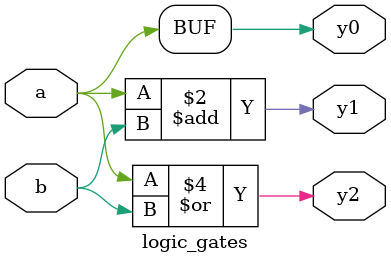
<source format=v>
`timescale 1ns / 1ps


module logic_gates(
    input a,b,
    output y0,y1,y2
    );
    assign y0= -a;
    assign y1= -(a+b);
    assign y2= -(a|b);
endmodule

</source>
